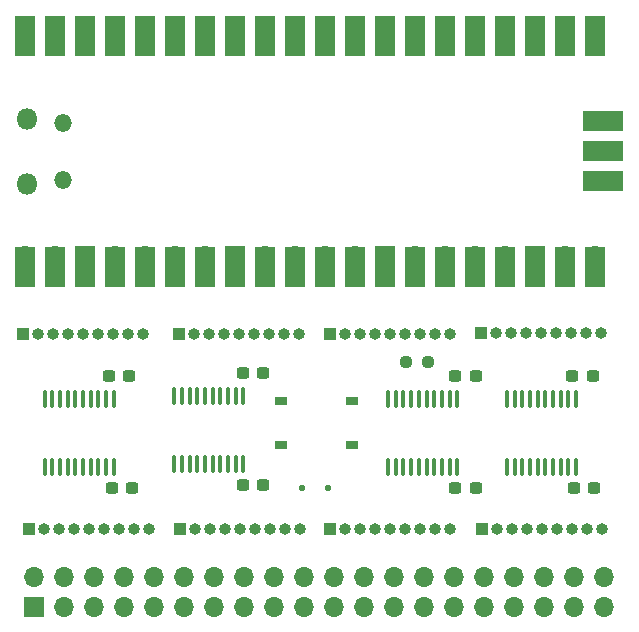
<source format=gbr>
%TF.GenerationSoftware,KiCad,Pcbnew,8.0.0*%
%TF.CreationDate,2024-03-20T19:05:42-04:00*%
%TF.ProjectId,level-shifted,6c657665-6c2d-4736-9869-667465642e6b,rev?*%
%TF.SameCoordinates,Original*%
%TF.FileFunction,Soldermask,Top*%
%TF.FilePolarity,Negative*%
%FSLAX46Y46*%
G04 Gerber Fmt 4.6, Leading zero omitted, Abs format (unit mm)*
G04 Created by KiCad (PCBNEW 8.0.0) date 2024-03-20 19:05:42*
%MOMM*%
%LPD*%
G01*
G04 APERTURE LIST*
G04 Aperture macros list*
%AMRoundRect*
0 Rectangle with rounded corners*
0 $1 Rounding radius*
0 $2 $3 $4 $5 $6 $7 $8 $9 X,Y pos of 4 corners*
0 Add a 4 corners polygon primitive as box body*
4,1,4,$2,$3,$4,$5,$6,$7,$8,$9,$2,$3,0*
0 Add four circle primitives for the rounded corners*
1,1,$1+$1,$2,$3*
1,1,$1+$1,$4,$5*
1,1,$1+$1,$6,$7*
1,1,$1+$1,$8,$9*
0 Add four rect primitives between the rounded corners*
20,1,$1+$1,$2,$3,$4,$5,0*
20,1,$1+$1,$4,$5,$6,$7,0*
20,1,$1+$1,$6,$7,$8,$9,0*
20,1,$1+$1,$8,$9,$2,$3,0*%
G04 Aperture macros list end*
%ADD10RoundRect,0.237500X0.300000X0.237500X-0.300000X0.237500X-0.300000X-0.237500X0.300000X-0.237500X0*%
%ADD11R,1.000000X1.000000*%
%ADD12O,1.000000X1.000000*%
%ADD13RoundRect,0.100000X-0.100000X0.637500X-0.100000X-0.637500X0.100000X-0.637500X0.100000X0.637500X0*%
%ADD14R,1.000000X0.750000*%
%ADD15RoundRect,0.237500X-0.250000X-0.237500X0.250000X-0.237500X0.250000X0.237500X-0.250000X0.237500X0*%
%ADD16R,1.700000X1.700000*%
%ADD17O,1.700000X1.700000*%
%ADD18RoundRect,0.125000X-0.125000X-0.125000X0.125000X-0.125000X0.125000X0.125000X-0.125000X0.125000X0*%
%ADD19O,1.800000X1.800000*%
%ADD20O,1.500000X1.500000*%
%ADD21R,1.700000X3.500000*%
%ADD22R,3.500000X1.700000*%
G04 APERTURE END LIST*
D10*
%TO.C,C108*%
X166001000Y-105500000D03*
X164276000Y-105500000D03*
%TD*%
%TO.C,C107*%
X166001000Y-96000000D03*
X164276000Y-96000000D03*
%TD*%
%TO.C,C106*%
X176042200Y-105500000D03*
X174317200Y-105500000D03*
%TD*%
%TO.C,C105*%
X175914700Y-96000000D03*
X174189700Y-96000000D03*
%TD*%
%TO.C,C104*%
X136923000Y-105500000D03*
X135198000Y-105500000D03*
%TD*%
%TO.C,C103*%
X136668000Y-96000000D03*
X134943000Y-96000000D03*
%TD*%
%TO.C,C102*%
X148026700Y-105254000D03*
X146301700Y-105254000D03*
%TD*%
%TO.C,C101*%
X148026700Y-95754000D03*
X146301700Y-95754000D03*
%TD*%
D11*
%TO.C,J110*%
X153690000Y-92500000D03*
D12*
X154960000Y-92500000D03*
X156230000Y-92500000D03*
X157500000Y-92500000D03*
X158770000Y-92500000D03*
X160040000Y-92500000D03*
X161310000Y-92500000D03*
X162580000Y-92500000D03*
X163850000Y-92500000D03*
%TD*%
D11*
%TO.C,J109*%
X140880000Y-92500000D03*
D12*
X142150000Y-92500000D03*
X143420000Y-92500000D03*
X144690000Y-92500000D03*
X145960000Y-92500000D03*
X147230000Y-92500000D03*
X148500000Y-92500000D03*
X149770000Y-92500000D03*
X151040000Y-92500000D03*
%TD*%
D11*
%TO.C,J107*%
X127650000Y-92500000D03*
D12*
X128920000Y-92500000D03*
X130190000Y-92500000D03*
X131460000Y-92500000D03*
X132730000Y-92500000D03*
X134000000Y-92500000D03*
X135270000Y-92500000D03*
X136540000Y-92500000D03*
X137810000Y-92500000D03*
%TD*%
D11*
%TO.C,J106*%
X166425000Y-92415000D03*
D12*
X167695000Y-92415000D03*
X168965000Y-92415000D03*
X170235000Y-92415000D03*
X171505000Y-92415000D03*
X172775000Y-92415000D03*
X174045000Y-92415000D03*
X175315000Y-92415000D03*
X176585000Y-92415000D03*
%TD*%
D11*
%TO.C,J105*%
X141000000Y-109000000D03*
D12*
X142270000Y-109000000D03*
X143540000Y-109000000D03*
X144810000Y-109000000D03*
X146080000Y-109000000D03*
X147350000Y-109000000D03*
X148620000Y-109000000D03*
X149890000Y-109000000D03*
X151160000Y-109000000D03*
%TD*%
%TO.C,J103*%
X138310000Y-109000000D03*
X137040000Y-109000000D03*
X135770000Y-109000000D03*
X134500000Y-109000000D03*
X133230000Y-109000000D03*
X131960000Y-109000000D03*
X130690000Y-109000000D03*
X129420000Y-109000000D03*
D11*
X128150000Y-109000000D03*
%TD*%
%TO.C,J102*%
X153690000Y-109000000D03*
D12*
X154960000Y-109000000D03*
X156230000Y-109000000D03*
X157500000Y-109000000D03*
X158770000Y-109000000D03*
X160040000Y-109000000D03*
X161310000Y-109000000D03*
X162580000Y-109000000D03*
X163850000Y-109000000D03*
%TD*%
D11*
%TO.C,J101*%
X166500000Y-109000000D03*
D12*
X167770000Y-109000000D03*
X169040000Y-109000000D03*
X170310000Y-109000000D03*
X171580000Y-109000000D03*
X172850000Y-109000000D03*
X174120000Y-109000000D03*
X175390000Y-109000000D03*
X176660000Y-109000000D03*
%TD*%
D13*
%TO.C,U103*%
X174500000Y-97984000D03*
X173850000Y-97984000D03*
X173200000Y-97984000D03*
X172550000Y-97984000D03*
X171900000Y-97984000D03*
X171250000Y-97984000D03*
X170600000Y-97984000D03*
X169950000Y-97984000D03*
X169300000Y-97984000D03*
X168650000Y-97984000D03*
X168650000Y-103709000D03*
X169300000Y-103709000D03*
X169950000Y-103709000D03*
X170600000Y-103709000D03*
X171250000Y-103709000D03*
X171900000Y-103709000D03*
X172550000Y-103709000D03*
X173200000Y-103709000D03*
X173850000Y-103709000D03*
X174500000Y-103709000D03*
%TD*%
D14*
%TO.C,SW101*%
X149500000Y-98125000D03*
X155500000Y-98125000D03*
X149500000Y-101875000D03*
X155500000Y-101875000D03*
%TD*%
D13*
%TO.C,U102*%
X146339200Y-97738000D03*
X145689200Y-97738000D03*
X145039200Y-97738000D03*
X144389200Y-97738000D03*
X143739200Y-97738000D03*
X143089200Y-97738000D03*
X142439200Y-97738000D03*
X141789200Y-97738000D03*
X141139200Y-97738000D03*
X140489200Y-97738000D03*
X140489200Y-103463000D03*
X141139200Y-103463000D03*
X141789200Y-103463000D03*
X142439200Y-103463000D03*
X143089200Y-103463000D03*
X143739200Y-103463000D03*
X144389200Y-103463000D03*
X145039200Y-103463000D03*
X145689200Y-103463000D03*
X146339200Y-103463000D03*
%TD*%
D15*
%TO.C,R101*%
X160123500Y-94843600D03*
X161948500Y-94843600D03*
%TD*%
D16*
%TO.C,J104*%
X128650000Y-115570000D03*
D17*
X128650000Y-113030000D03*
X131190000Y-115570000D03*
X131190000Y-113030000D03*
X133730000Y-115570000D03*
X133730000Y-113030000D03*
X136270000Y-115570000D03*
X136270000Y-113030000D03*
X138810000Y-115570000D03*
X138810000Y-113030000D03*
X141350000Y-115570000D03*
X141350000Y-113030000D03*
X143890000Y-115570000D03*
X143890000Y-113030000D03*
X146430000Y-115570000D03*
X146430000Y-113030000D03*
X148970000Y-115570000D03*
X148970000Y-113030000D03*
X151510000Y-115570000D03*
X151510000Y-113030000D03*
X154050000Y-115570000D03*
X154050000Y-113030000D03*
X156590000Y-115570000D03*
X156590000Y-113030000D03*
X159130000Y-115570000D03*
X159130000Y-113030000D03*
X161670000Y-115570000D03*
X161670000Y-113030000D03*
X164210000Y-115570000D03*
X164210000Y-113030000D03*
X166750000Y-115570000D03*
X166750000Y-113030000D03*
X169290000Y-115570000D03*
X169290000Y-113030000D03*
X171830000Y-115570000D03*
X171830000Y-113030000D03*
X174370000Y-115570000D03*
X174370000Y-113030000D03*
X176910000Y-115570000D03*
X176910000Y-113030000D03*
%TD*%
D13*
%TO.C,U105*%
X164443500Y-97984000D03*
X163793500Y-97984000D03*
X163143500Y-97984000D03*
X162493500Y-97984000D03*
X161843500Y-97984000D03*
X161193500Y-97984000D03*
X160543500Y-97984000D03*
X159893500Y-97984000D03*
X159243500Y-97984000D03*
X158593500Y-97984000D03*
X158593500Y-103709000D03*
X159243500Y-103709000D03*
X159893500Y-103709000D03*
X160543500Y-103709000D03*
X161193500Y-103709000D03*
X161843500Y-103709000D03*
X162493500Y-103709000D03*
X163143500Y-103709000D03*
X163793500Y-103709000D03*
X164443500Y-103709000D03*
%TD*%
D18*
%TO.C,D102*%
X151300000Y-105500000D03*
X153500000Y-105500000D03*
%TD*%
D13*
%TO.C,U101*%
X135358000Y-97984000D03*
X134708000Y-97984000D03*
X134058000Y-97984000D03*
X133408000Y-97984000D03*
X132758000Y-97984000D03*
X132108000Y-97984000D03*
X131458000Y-97984000D03*
X130808000Y-97984000D03*
X130158000Y-97984000D03*
X129508000Y-97984000D03*
X129508000Y-103709000D03*
X130158000Y-103709000D03*
X130808000Y-103709000D03*
X131458000Y-103709000D03*
X132108000Y-103709000D03*
X132758000Y-103709000D03*
X133408000Y-103709000D03*
X134058000Y-103709000D03*
X134708000Y-103709000D03*
X135358000Y-103709000D03*
%TD*%
D19*
%TO.C,U104*%
X128000000Y-79725000D03*
D20*
X131030000Y-79425000D03*
X131030000Y-74575000D03*
D19*
X128000000Y-74275000D03*
D17*
X127870000Y-85890000D03*
D21*
X127870000Y-86790000D03*
D17*
X130410000Y-85890000D03*
D21*
X130410000Y-86790000D03*
D16*
X132950000Y-85890000D03*
D21*
X132950000Y-86790000D03*
D17*
X135490000Y-85890000D03*
D21*
X135490000Y-86790000D03*
D17*
X138030000Y-85890000D03*
D21*
X138030000Y-86790000D03*
D17*
X140570000Y-85890000D03*
D21*
X140570000Y-86790000D03*
D17*
X143110000Y-85890000D03*
D21*
X143110000Y-86790000D03*
D16*
X145650000Y-85890000D03*
D21*
X145650000Y-86790000D03*
D17*
X148190000Y-85890000D03*
D21*
X148190000Y-86790000D03*
D17*
X150730000Y-85890000D03*
D21*
X150730000Y-86790000D03*
D17*
X153270000Y-85890000D03*
D21*
X153270000Y-86790000D03*
D17*
X155810000Y-85890000D03*
D21*
X155810000Y-86790000D03*
D16*
X158350000Y-85890000D03*
D21*
X158350000Y-86790000D03*
D17*
X160890000Y-85890000D03*
D21*
X160890000Y-86790000D03*
D17*
X163430000Y-85890000D03*
D21*
X163430000Y-86790000D03*
D17*
X165970000Y-85890000D03*
D21*
X165970000Y-86790000D03*
D17*
X168510000Y-85890000D03*
D21*
X168510000Y-86790000D03*
D16*
X171050000Y-85890000D03*
D21*
X171050000Y-86790000D03*
D17*
X173590000Y-85890000D03*
D21*
X173590000Y-86790000D03*
D17*
X176130000Y-85890000D03*
D21*
X176130000Y-86790000D03*
D17*
X176130000Y-68110000D03*
D21*
X176130000Y-67210000D03*
D17*
X173590000Y-68110000D03*
D21*
X173590000Y-67210000D03*
D16*
X171050000Y-68110000D03*
D21*
X171050000Y-67210000D03*
D17*
X168510000Y-68110000D03*
D21*
X168510000Y-67210000D03*
D17*
X165970000Y-68110000D03*
D21*
X165970000Y-67210000D03*
D17*
X163430000Y-68110000D03*
D21*
X163430000Y-67210000D03*
D17*
X160890000Y-68110000D03*
D21*
X160890000Y-67210000D03*
D16*
X158350000Y-68110000D03*
D21*
X158350000Y-67210000D03*
D17*
X155810000Y-68110000D03*
D21*
X155810000Y-67210000D03*
D17*
X153270000Y-68110000D03*
D21*
X153270000Y-67210000D03*
D17*
X150730000Y-68110000D03*
D21*
X150730000Y-67210000D03*
D17*
X148190000Y-68110000D03*
D21*
X148190000Y-67210000D03*
D16*
X145650000Y-68110000D03*
D21*
X145650000Y-67210000D03*
D17*
X143110000Y-68110000D03*
D21*
X143110000Y-67210000D03*
D17*
X140570000Y-68110000D03*
D21*
X140570000Y-67210000D03*
D17*
X138030000Y-68110000D03*
D21*
X138030000Y-67210000D03*
D17*
X135490000Y-68110000D03*
D21*
X135490000Y-67210000D03*
D16*
X132950000Y-68110000D03*
D21*
X132950000Y-67210000D03*
D17*
X130410000Y-68110000D03*
D21*
X130410000Y-67210000D03*
D17*
X127870000Y-68110000D03*
D21*
X127870000Y-67210000D03*
D17*
X175900000Y-79540000D03*
D22*
X176800000Y-79540000D03*
D16*
X175900000Y-77000000D03*
D22*
X176800000Y-77000000D03*
D17*
X175900000Y-74460000D03*
D22*
X176800000Y-74460000D03*
%TD*%
M02*

</source>
